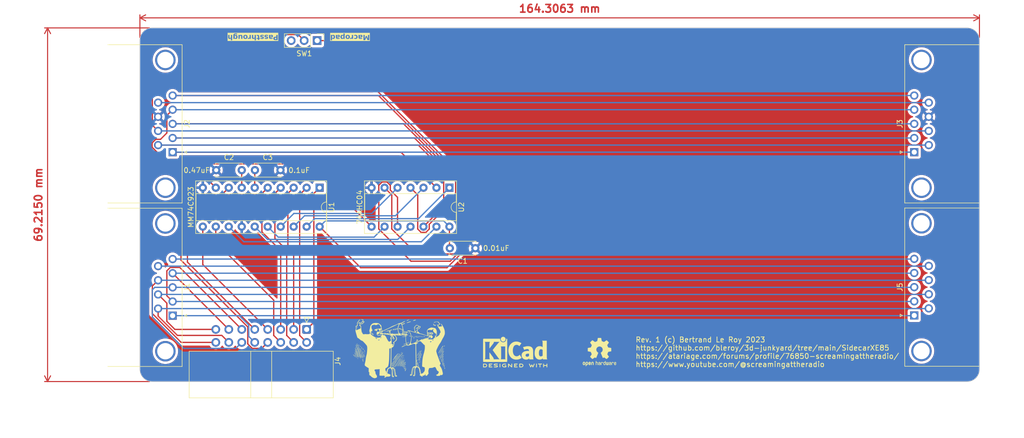
<source format=kicad_pcb>
(kicad_pcb (version 20221018) (generator pcbnew)
  (title_block (title "Sidecar XE85 control board") (date "2023-04-08") (rev "1") (company "Decent Consulting"))
  (layers (0 "F.Cu" signal) (31 "B.Cu" signal) (34 "B.Paste" user) (35 "F.Paste" user) (36 "B.SilkS" user "B.Silkscreen") (37 "F.SilkS" user "F.Silkscreen") (38 "B.Mask" user) (39 "F.Mask" user) (44 "Edge.Cuts" user))
  (net 0 "")
  (net 1 "GND")
  (net 2 "5V")
  (net 3 "Net-(U1-KBM)")
  (net 4 "Net-(U1-OSC)")
  (net 5 "Net-(J4-Pin_10)")
  (net 6 "Net-(J4-Pin_11)")
  (net 7 "Net-(J4-Pin_12)")
  (net 8 "Net-(J4-Pin_13)")
  (net 9 "Net-(J4-Pin_14)")
  (net 10 "Net-(J1-Pad5)")
  (net 11 "Net-(J4-Pin_15)")
  (net 12 "Net-(J4-Pin_16)")
  (net 13 "Net-(J1-Pad9)")
  (net 14 "Net-(J2-Pad1)")
  (net 15 "Net-(J2-Pad2)")
  (net 16 "Net-(J2-Pad3)")
  (net 17 "Net-(J2-Pad4)")
  (net 18 "Net-(J2-Pad5)")
  (net 19 "Net-(J2-Pad6)")
  (net 20 "Net-(SW1-B)")
  (net 21 "Net-(J2-Pad9)")
  (net 22 "Net-(J4-Pin_1)")
  (net 23 "Net-(J4-Pin_2)")
  (net 24 "Net-(J4-Pin_3)")
  (net 25 "Net-(J4-Pin_4)")
  (net 26 "Net-(J4-Pin_5)")
  (net 27 "Net-(J4-Pin_6)")
  (net 28 "Net-(J4-Pin_7)")
  (net 29 "Net-(J4-Pin_8)")
  (net 30 "Net-(J4-Pin_9)")
  (net 32 "Net-(U1-DA)")
  (net 33 "Net-(U1-E)")
  (net 34 "Net-(U1-D)")
  (net 35 "Net-(U1-C)")
  (net 36 "Net-(U1-B)")
  (net 37 "Net-(U1-A)")
  (footprint "Connector_IDC:IDC-Header_2x08_P2.54mm_Horizontal" (layer "F.Cu") (at 50 69.2325 -90)
    (fp_text reference "J4")
    (fp_text value "Conn_02x08_Odd_Even")
  )
  (footprint "Symbol:OSHW-Logo2_7.3x6mm_SilkScreen" (layer "F.Cu") (at 107.315 73.66)
    (fp_text reference "REF**" hide)
    (fp_text value "OSHW-Logo2_7.3x6mm_SilkScreen" hide)
  )
  (footprint "Connector_Dsub:DSUB-9_Male_Horizontal_P2.77x2.84mm_EdgePinOffset9.90mm_Housed_MountingHolesOffset11.32mm" (layer "F.Cu") (at 168.91 29 90)
    (fp_text reference "J3")
    (fp_text value "DE9_Receptacle")
  )
  (footprint "Capacitor_THT:C_Disc_D5.0mm_W2.5mm_P5.00mm" (layer "F.Cu") (at 83.02 53.34 180)
    (fp_text reference "C1")
    (fp_text value "0.01uF")
  )
  (footprint "Library:ScreamingAtTheRadio" (layer "F.Cu") (at 68.22 71.93)
    (fp_text reference "G***" hide)
    (fp_text value "LOGO" hide)
  )
  (footprint "Package_DIP:DIP-20_W7.62mm_Socket" (layer "F.Cu") (at 52.535 41.5 -90)
    (fp_text reference "U1")
    (fp_text value "MM74C923")
  )
  (footprint "Connector_Dsub:DSUB-9_Female_Horizontal_P2.77x2.84mm_EdgePinOffset9.90mm_Housed_MountingHolesOffset11.32mm" (layer "F.Cu") (at 23.770331 29 -90)
    (fp_text reference "J2")
    (fp_text value "DE9_Plug")
  )
  (footprint "Connector_Dsub:DSUB-9_Male_Horizontal_P2.77x2.84mm_EdgePinOffset9.90mm_Housed_MountingHolesOffset11.32mm" (layer "F.Cu") (at 168.91 60.96 90)
    (fp_text reference "J5")
    (fp_text value "DE9_Receptacle")
  )
  (footprint "Connector_PinHeader_2.54mm:PinHeader_1x03_P2.54mm_Vertical" (layer "F.Cu") (at 52.055 12.7 -90)
    (fp_text reference "SW1")
    (fp_text value "SW_SPDT")
  )
  (footprint "Capacitor_THT:C_Disc_D5.0mm_W2.5mm_P5.00mm" (layer "F.Cu") (at 39.88 38.06)
    (fp_text reference "C3")
    (fp_text value "0.1uF")
  )
  (footprint "Symbol:KiCad-Logo2_5mm_SilkScreen" (layer "F.Cu") (at 90.805 73.66)
    (fp_text reference "REF**" hide)
    (fp_text value "KiCad-Logo2_5mm_SilkScreen" hide)
  )
  (footprint "LOGO" (layer "F.Cu") (at 135.89 17.145)
    (fp_text reference "G***" hide)
    (fp_text value "LOGO" hide)
  )
  (footprint "Package_DIP:DIP-14_W7.62mm_Socket" (layer "F.Cu") (at 77.945 41.5 -90)
    (fp_text reference "U2")
    (fp_text value "74AHC04")
  )
  (footprint "Capacitor_THT:C_Disc_D5.0mm_W2.5mm_P5.00mm" (layer "F.Cu") (at 37.3 38.06 180)
    (fp_text reference "C2")
    (fp_text value "0.47uF")
  )
  (footprint "Connector_Dsub:DSUB-9_Female_Horizontal_P2.77x2.84mm_EdgePinOffset9.90mm_Housed_MountingHolesOffset11.32mm" (layer "F.Cu") (at 23.770331 61 -90)
    (fp_text reference "J1")
    (fp_text value "DE9_Plug")
  )
  (gr_line (start 179.291202 10.222452) (end 19.747452 10.222452) (stroke (width 0.1)) (layer "Edge.Cuts"))
  (gr_arc (start 17.366202 12.603702) (mid 18.063654 10.919904) (end 19.747452 10.222452) (stroke (width 0.1)) (layer "Edge.Cuts"))
  (gr_arc (start 19.747452 79.437477) (mid 18.063654 78.740025) (end 17.366202 77.056227) (stroke (width 0.1)) (layer "Edge.Cuts"))
  (gr_arc (start 181.672452 77.056227) (mid 180.974975 78.74) (end 179.291202 79.437477) (stroke (width 0.1)) (layer "Edge.Cuts"))
  (gr_line (start 181.672452 12.603702) (end 181.672452 77.056227) (stroke (width 0.1)) (layer "Edge.Cuts"))
  (gr_line (start 179.291202 79.437477) (end 19.747452 79.437477) (stroke (width 0.1)) (layer "Edge.Cuts"))
  (gr_line (start 17.366202 77.056227) (end 17.366202 12.603702) (stroke (width 0.1)) (layer "Edge.Cuts"))
  (gr_arc (start 179.291202 10.222452) (mid 180.975011 10.919893) (end 181.672452 12.603702) (stroke (width 0.1)) (layer "Edge.Cuts"))
  (gr_text "Rev. 1 (c) Bertrand Le Roy 2023\nhttps://github.com/bleroy/3d-junkyard/tree/main/SidecarXE85\nhttps://atariage.com/forums/profile/76850-screamingattheradio/\nhttps://www.youtube.com/@screamingattheradio" (at 114.3 73.66) (layer "F.SilkS") (effects (font (size 1 1)) (justify left)))
  (gr_text "Passthrough" (at 44.45 11.43 180) (layer "F.SilkS" knockout) (effects (font (size 1 1) (thickness 0.25) bold) (justify left bottom)))
  (gr_text "Macropad" (at 54.61 11.43 180) (layer "F.SilkS" knockout) (effects (font (size 1 1) (thickness 0.25) bold) (justify right bottom)))
  (dimension (type orthogonal) (layer "F.Cu") (pts (xy 19.747452 10.222452) (xy 19.747452 79.437477)) (height -20.447452) (orientation 1) (gr_text "69.2150 mm" (at -2.5 44.829965 90) (layer "F.Cu") (effects (font (size 1.5 1.5) (thickness 0.3)))) (format (prefix "") (suffix "") (units 3) (units_format 1) (precision 4)) (style (thickness 0.2) (arrow_length 1.27) (text_position_mode 0) (extension_height 0.58642) (extension_offset 0.5) keep_text_aligned))
  (dimension (type orthogonal) (layer "F.Cu") (pts (xy 17.366202 12.603702) (xy 181.672452 12.603702)) (height -4.348702) (orientation 0) (gr_text "164.3063 mm" (at 99.519327 6.455) (layer "F.Cu") (effects (font (size 1.5 1.5) (thickness 0.3)))) (format (prefix "") (suffix "") (units 3) (units_format 1) (precision 4)) (style (thickness 0.2) (arrow_length 1.27) (text_position_mode 0) (extension_height 0.58642) (extension_offset 0.5) keep_text_aligned))
  (segment (start 77.472792 57.15) (end 60.565 57.15) (width 0.25) (layer "F.Cu") (net 2))
  (segment (start 81.73 52.892792) (end 77.472792 57.15) (width 0.25) (layer "F.Cu") (net 2))
  (segment (start 60.565 57.15) (end 52.535 49.12) (width 0.25) (layer "F.Cu") (net 2))
  (segment (start 52.055 12.7) (end 53.940584 12.7) (width 0.25) (layer "F.Cu") (net 2))
  (segment (start 77.945 49.12) (end 77.945 53.265) (width 0.25) (layer "F.Cu") (net 2))
  (segment (start 53.940584 12.7) (end 81.73 40.489416) (width 0.25) (layer "F.Cu") (net 2))
  (segment (start 81.73 40.489416) (end 81.73 52.892792) (width 0.25) (layer "F.Cu") (net 2))
  (segment (start 53.66 47.995) (end 52.535 49.12) (width 0.25) (layer "B.Cu") (net 2))
  (segment (start 77.945 49.12) (end 76.82 47.995) (width 0.25) (layer "B.Cu") (net 2))
  (segment (start 76.82 47.995) (end 53.66 47.995) (width 0.25) (layer "B.Cu") (net 2))
  (segment (start 37.3 38.06) (end 37.3 41.495) (width 0.25) (layer "F.Cu") (net 3))
  (segment (start 39.835 41.5) (end 39.835 38.105) (width 0.25) (layer "F.Cu") (net 4))
  (segment (start 38.665 70.5975) (end 38.665 68.375) (width 0.25) (layer "B.Cu") (net 5))
  (segment (start 23.770331 66.54) (end 36.83 66.54) (width 0.25) (layer "B.Cu") (net 5))
  (segment (start 38.665 68.375) (end 36.83 66.54) (width 0.25) (layer "B.Cu") (net 5))
  (segment (start 36.83 66.54) (end 168.87 66.54) (width 0.25) (layer "B.Cu") (net 5))
  (segment (start 39.84 71.7725) (end 38.665 70.5975) (width 0.25) (layer "B.Cu") (net 5))
  (segment (start 25.1725 57.105) (end 23.30434 57.105) (width 0.25) (layer "F.Cu") (net 6))
  (segment (start 22.645331 62.645) (end 23.770331 63.77) (width 0.25) (layer "F.Cu") (net 6))
  (segment (start 23.30434 57.105) (end 22.645331 57.764009) (width 0.25) (layer "F.Cu") (net 6))
  (segment (start 22.645331 57.764009) (end 22.645331 62.645) (width 0.25) (layer "F.Cu") (net 6))
  (segment (start 37.3 69.2325) (end 25.1725 57.105) (width 0.25) (layer "F.Cu") (net 6))
  (segment (start 23.770331 63.77) (end 168.87 63.77) (width 0.25) (layer "B.Cu") (net 6))
  (segment (start 25.9575 72.9475) (end 19.805331 66.795331) (width 0.25) (layer "B.Cu") (net 7))
  (segment (start 23.770331 61) (end 168.87 61) (width 0.25) (layer "B.Cu") (net 7))
  (segment (start 36.125 72.9475) (end 25.9575 72.9475) (width 0.25) (layer "B.Cu") (net 7))
  (segment (start 19.805331 66.795331) (end 19.805331 61.474669) (width 0.25) (layer "B.Cu") (net 7))
  (segment (start 37.3 71.7725) (end 36.125 72.9475) (width 0.25) (layer "B.Cu") (net 7))
  (segment (start 19.805331 61.474669) (end 20.28 61) (width 0.25) (layer "B.Cu") (net 7))
  (segment (start 20.28 61) (end 23.770331 61) (width 0.25) (layer "B.Cu") (net 7))
  (segment (start 34.76 69.2325) (end 23.770331 58.242831) (width 0.25) (layer "F.Cu") (net 8))
  (segment (start 23.770331 58.23) (end 168.87 58.23) (width 0.25) (layer "B.Cu") (net 8))
  (segment (start 24.7075 70.4075) (end 20.930331 66.630331) (width 0.25) (layer "F.Cu") (net 9))
  (segment (start 34.76 71.7725) (end 33.395 70.4075) (width 0.25) (layer "F.Cu") (net 9))
  (segment (start 20.930331 66.630331) (end 20.930331 65.155) (width 0.25) (layer "F.Cu") (net 9))
  (segment (start 33.395 70.4075) (end 24.7075 70.4075) (width 0.25) (layer "F.Cu") (net 9))
  (segment (start 171.71 65.155) (end 20.930331 65.155) (width 0.25) (layer "B.Cu") (net 9))
  (segment (start 23.770331 55.46) (end 168.87 55.46) (width 0.25) (layer "B.Cu") (net 10))
  (segment (start 24.212831 69.2325) (end 22.645331 67.665) (width 0.25) (layer "F.Cu") (net 11))
  (segment (start 22.645331 67.665) (end 22.645331 64.1) (width 0.25) (layer "F.Cu") (net 11))
  (segment (start 32.22 69.2325) (end 24.212831 69.2325) (width 0.25) (layer "F.Cu") (net 11))
  (segment (start 22.645331 64.1) (end 20.930331 62.385) (width 0.25) (layer "F.Cu") (net 11))
  (segment (start 171.71 62.385) (end 20.930331 62.385) (width 0.25) (layer "B.Cu") (net 11))
  (segment (start 19.805331 66.141727) (end 25.436104 71.7725) (width 0.25) (layer "F.Cu") (net 12))
  (segment (start 20.930331 59.615) (end 19.805331 60.74) (width 0.25) (layer "F.Cu") (net 12))
  (segment (start 25.436104 71.7725) (end 32.22 71.7725) (width 0.25) (layer "F.Cu") (net 12))
  (segment (start 19.805331 60.74) (end 19.805331 66.141727) (width 0.25) (layer "F.Cu") (net 12))
  (segment (start 171.71 59.615) (end 20.930331 59.615) (width 0.25) (layer "B.Cu") (net 12))
  (segment (start 171.71 56.845) (end 20.930331 56.845) (width 0.25) (layer "B.Cu") (net 13))
  (segment (start 68.445 34.54) (end 75.405 41.5) (width 0.25) (layer "F.Cu") (net 14))
  (segment (start 23.770331 34.54) (end 68.445 34.54) (width 0.25) (layer "F.Cu") (net 14))
  (segment (start 23.770331 34.54) (end 168.91 34.54) (width 0.25) (layer "B.Cu") (net 14))
  (segment (start 79.145 39.813604) (end 79.145 43.499009) (width 0.25) (layer "F.Cu") (net 15))
  (segment (start 73.99 48.654009) (end 73.99 49.585991) (width 0.25) (layer "F.Cu") (net 15))
  (segment (start 79.145 43.499009) (end 73.99 48.654009) (width 0.25) (layer "F.Cu") (net 15))
  (segment (start 71.101396 31.77) (end 79.145 39.813604) (width 0.25) (layer "F.Cu") (net 15))
  (segment (start 72.399009 50.245) (end 71.74 49.585991) (width 0.25) (layer "F.Cu") (net 15))
  (segment (start 73.99 49.585991) (end 73.330991 50.245) (width 0.25) (layer "F.Cu") (net 15))
  (segment (start 71.74 42.915) (end 70.325 41.5) (width 0.25) (layer "F.Cu") (net 15))
  (segment (start 73.330991 50.245) (end 72.399009 50.245) (width 0.25) (layer "F.Cu") (net 15))
  (segment (start 23.770331 31.77) (end 71.101396 31.77) (width 0.25) (layer "F.Cu") (net 15))
  (segment (start 71.74 49.585991) (end 71.74 42.915) (width 0.25) (layer "F.Cu") (net 15))
  (segment (start 23.770331 31.77) (end 168.91 31.77) (width 0.25) (layer "B.Cu") (net 15))
  (segment (start 79.595 39.627208) (end 79.595 53.755) (width 0.25) (layer "F.Cu") (net 16))
  (segment (start 23.770331 29) (end 68.967792 29) (width 0.25) (layer "F.Cu") (net 16))
  (segment (start 66.66 42.915) (end 65.245 41.5) (width 0.25) (layer "F.Cu") (net 16))
  (segment (start 71.539009 54.465) (end 66.66 49.585991) (width 0.25) (layer "F.Cu") (net 16))
  (segment (start 68.967792 29) (end 79.595 39.627208) (width 0.25) (layer "F.Cu") (net 16))
  (segment (start 78.885 54.465) (end 71.539009 54.465) (width 0.25) (layer "F.Cu") (net 16))
  (segment (start 66.66 49.585991) (end 66.66 42.915) (width 0.25) (layer "F.Cu") (net 16))
  (segment (start 79.595 53.755) (end 78.885 54.465) (width 0.25) (layer "F.Cu") (net 16))
  (segment (start 23.770331 29) (end 168.91 29) (width 0.25) (layer "B.Cu") (net 16))
  (segment (start 19.76217 32.73217) (end 19.76217 33.57783) (width 0.25) (layer "F.Cu") (net 17))
  (segment (start 50.415 36.83) (end 23.01434 36.83) (width 0.25) (layer "F.Cu") (net 17))
  (segment (start 22.645331 27.355) (end 22.645331 30.780991) (width 0.25) (layer "F.Cu") (net 17))
  (segment (start 20.46434 32.03) (end 19.76217 32.73217) (width 0.25) (layer "F.Cu") (net 17))
  (segment (start 23.01434 36.83) (end 19.76217 33.57783) (width 0.25) (layer "F.Cu") (net 17))
  (segment (start 23.770331 26.23) (end 22.645331 27.355) (width 0.25) (layer "F.Cu") (net 17))
  (segment (start 62.705 49.12) (end 50.415 36.83) (width 0.25) (layer "F.Cu") (net 17))
  (segment (start 21.396322 32.03) (end 20.46434 32.03) (width 0.25) (layer "F.Cu") (net 17))
  (segment (start 22.645331 30.780991) (end 21.396322 32.03) (width 0.25) (layer "F.Cu") (net 17))
  (segment (start 23.770331 26.23) (end 168.91 26.23) (width 0.25) (layer "B.Cu") (net 17))
  (segment (start 67.785 43.380991) (end 67.785 49.12) (width 0.25) (layer "F.Cu") (net 18))
  (segment (start 78.106396 55.88) (end 70.414009 55.88) (width 0.25) (layer "F.Cu") (net 18))
  (segment (start 66.37 41.965991) (end 67.785 43.380991) (width 0.25) (layer "F.Cu") (net 18))
  (segment (start 70.414009 55.88) (end 64.12 49.585991) (width 0.25) (layer "F.Cu") (net 18))
  (segment (start 65.710991 40.375) (end 66.37 41.034009) (width 0.25) (layer "F.Cu") (net 18))
  (segment (start 64.779009 40.375) (end 65.710991 40.375) (width 0.25) (layer "F.Cu") (net 18))
  (segment (start 64.12 41.034009) (end 64.779009 40.375) (width 0.25) (layer "F.Cu") (net 18))
  (segment (start 81.28 52.706396) (end 78.106396 55.88) (width 0.25) (layer "F.Cu") (net 18))
  (segment (start 66.37 41.034009) (end 66.37 41.965991) (width 0.25) (layer "F.Cu") (net 18))
  (segment (start 64.064188 23.46) (end 81.28 40.675812) (width 0.25) (layer "F.Cu") (net 18))
  (segment (start 64.12 49.585991) (end 64.12 41.034009) (width 0.25) (layer "F.Cu") (net 18))
  (segment (start 23.770331 23.46) (end 64.064188 23.46) (width 0.25) (layer "F.Cu") (net 18))
  (segment (start 81.28 40.675812) (end 81.28 52.706396) (width 0.25) (layer "F.Cu") (net 18))
  (segment (start 23.770331 23.46) (end 168.91 23.46) (width 0.25) (layer "B.Cu") (net 18))
  (segment (start 76.82 45.165) (end 72.865 49.12) (width 0.25) (layer "F.Cu") (net 19))
  (segment (start 71.85 33.155) (end 76.82 38.125) (width 0.25) (layer "F.Cu") (net 19))
  (segment (start 76.82 38.125) (end 76.82 45.165) (width 0.25) (layer "F.Cu") (net 19))
  (segment (start 20.930331 33.155) (end 71.85 33.155) (width 0.25) (layer "F.Cu") (net 19))
  (segment (start 20.930331 33.155) (end 171.75 33.155) (width 0.25) (layer "B.Cu") (net 19))
  (segment (start 48.34 11.525) (end 49.515 12.7) (width 0.25) (layer "F.Cu") (net 20))
  (segment (start 31.655 11.525) (end 48.34 11.525) (width 0.25) (layer "F.Cu") (net 20))
  (segment (start 20.930331 30.385) (end 19.805331 29.26) (width 0.25) (layer "F.Cu") (net 20))
  (segment (start 19.805331 23.374669) (end 31.655 11.525) (width 0.25) (layer "F.Cu") (net 20))
  (segment (start 19.805331 29.26) (end 19.805331 23.374669) (width 0.25) (layer "F.Cu") (net 20))
  (segment (start 20.930331 30.385) (end 171.75 30.385) (width 0.25) (layer "B.Cu") (net 20))
  (segment (start 171.75 24.845) (end 20.930331 24.845) (width 0.25) (layer "B.Cu") (net 21))
  (segment (start 51.41 42.625) (end 52.535 41.5) (width 0.25) (layer "F.Cu") (net 22))
  (segment (start 50 69.2325) (end 51.41 67.8225) (width 0.25) (layer "F.Cu") (net 22))
  (segment (start 51.41 67.8225) (end 51.41 42.625) (width 0.25) (layer "F.Cu") (net 22))
  (segment (start 50 71.7725) (end 48.635 70.4075) (width 0.25) (layer "F.Cu") (net 23))
  (segment (start 48.635 70.4075) (end 48.635 42.86) (width 0.25) (layer "F.Cu") (net 23))
  (segment (start 48.635 42.86) (end 49.995 41.5) (width 0.25) (layer "F.Cu") (net 23))
  (segment (start 47.46 53.81) (end 46.33 52.68) (width 0.25) (layer "F.Cu") (net 24))
  (segment (start 46.33 42.625) (end 47.455 41.5) (width 0.25) (layer "F.Cu") (net 24))
  (segment (start 47.46 69.2325) (end 47.46 53.81) (width 0.25) (layer "F.Cu") (net 24))
  (segment (start 46.33 52.68) (end 46.33 42.625) (width 0.25) (layer "F.Cu") (net 24))
  (segment (start 44.915 41.5) (end 43.79 42.625) (width 0.25) (layer "F.Cu") (net 25))
  (segment (start 43.79 42.625) (end 43.79 51.41) (width 0.25) (layer "F.Cu") (net 25))
  (segment (start 43.79 51.41) (end 46.095 53.715) (width 0.25) (layer "F.Cu") (net 25))
  (segment (start 46.095 70.4075) (end 47.46 71.7725) (width 0.25) (layer "F.Cu") (net 25))
  (segment (start 46.095 53.715) (end 46.095 70.4075) (width 0.25) (layer "F.Cu") (net 25))
  (segment (start 41.25 50.140001) (end 41.25 42.625) (width 0.25) (layer "F.Cu") (net 26))
  (segment (start 44.92 69.2325) (end 44.92 53.810001) (width 0.25) (layer "F.Cu") (net 26))
  (segment (start 44.92 53.810001) (end 41.25 50.140001) (width 0.25) (layer "F.Cu") (net 26))
  (segment (start 41.25 42.625) (end 42.375 41.5) (width 0.25) (layer "F.Cu") (net 26))
  (segment (start 32.215 49.12) (end 32.215 52.16) (width 0.25) (layer "F.Cu") (net 27))
  (segment (start 44.92 71.7725) (end 43.555 70.4075) (width 0.25) (layer "F.Cu") (net 27))
  (segment (start 32.215 52.16) (end 43.555 63.5) (width 0.25) (layer "F.Cu") (net 27))
  (segment (start 43.555 70.4075) (end 43.555 63.5) (width 0.25) (layer "F.Cu") (net 27))
  (segment (start 42.38 69.2325) (end 29.675 56.5275) (width 0.25) (layer "F.Cu") (net 28))
  (segment (start 29.675 56.5275) (end 29.675 49.12) (width 0.25) (layer "F.Cu") (net 28))
  (segment (start 38.475 72.069201) (end 39.353299 72.9475) (width 0.25) (layer "F.Cu") (net 29))
  (segment (start 29.45 38.735) (end 27.305 38.735) (width 0.25) (layer "F.Cu") (net 29))
  (segment (start 32.215 41.5) (end 29.45 38.735) (width 0.25) (layer "F.Cu") (net 29))
  (segment (start 38.475 68.745799) (end 38.475 72.069201) (width 0.25) (layer "F.Cu") (net 29))
  (segment (start 41.205 72.9475) (end 42.38 71.7725) (width 0.25) (layer "F.Cu") (net 29))
  (segment (start 25.4 40.64) (end 25.4 55.670799) (width 0.25) (layer "F.Cu") (net 29))
  (segment (start 25.4 55.670799) (end 38.475 68.745799) (width 0.25) (layer "F.Cu") (net 29))
  (segment (start 27.305 38.735) (end 25.4 40.64) (width 0.25) (layer "F.Cu") (net 29))
  (segment (start 39.353299 72.9475) (end 41.205 72.9475) (width 0.25) (layer "F.Cu") (net 29))
  (segment (start 26.67 49.585) (end 34.755 41.5) (width 0.25) (layer "F.Cu") (net 30))
  (segment (start 26.67 56.0625) (end 26.67 49.585) (width 0.25) (layer "F.Cu") (net 30))
  (segment (start 39.84 69.2325) (end 26.67 56.0625) (width 0.25) (layer "F.Cu") (net 30))
  (segment (start 72.455 52.07) (end 75.405 49.12) (width 0.25) (layer "B.Cu") (net 32))
  (segment (start 37.705 52.07) (end 72.455 52.07) (width 0.25) (layer "B.Cu") (net 32))
  (segment (start 34.755 49.12) (end 37.705 52.07) (width 0.25) (layer "B.Cu") (net 32))
  (segment (start 39.835 49.12) (end 42.335 51.62) (width 0.25) (layer "B.Cu") (net 33))
  (segment (start 42.335 51.62) (end 67.825 51.62) (width 0.25) (layer "B.Cu") (net 33))
  (segment (start 67.825 51.62) (end 70.325 49.12) (width 0.25) (layer "B.Cu") (net 33))
  (segment (start 42.375 49.12) (end 44.425 51.17) (width 0.25) (layer "B.Cu") (net 34))
  (segment (start 44.425 51.17) (end 63.195 51.17) (width 0.25) (layer "B.Cu") (net 34))
  (segment (start 63.195 51.17) (end 65.245 49.12) (width 0.25) (layer "B.Cu") (net 34))
  (segment (start 47.495 46.54) (end 44.915 49.12) (width 0.25) (layer "B.Cu") (net 35))
  (segment (start 67.785 41.5) (end 62.745 46.54) (width 0.25) (layer "B.Cu") (net 35))
  (segment (start 62.745 46.54) (end 47.495 46.54) (width 0.25) (layer "B.Cu") (net 35))
  (segment (start 49.585 46.99) (end 67.375 46.99) (width 0.25) (layer "B.Cu") (net 36))
  (segment (start 47.455 49.12) (end 49.585 46.99) (width 0.25) (layer "B.Cu") (net 36))
  (segment (start 67.375 46.99) (end 72.865 41.5) (width 0.25) (layer "B.Cu") (net 36))
  (segment (start 71.9 47.545) (end 77.945 41.5) (width 0.25) (layer "B.Cu") (net 37))
  (segment (start 51.57 47.545) (end 71.9 47.545) (width 0.25) (layer "B.Cu") (net 37))
  (segment (start 49.995 49.12) (end 51.57 47.545) (width 0.25) (layer "B.Cu") (net 37))
  (zone (net 1) (net_name "GND") (layers "F&B.Cu") (connect_pads (clearance 0.5)) (min_thickness 0.25) (fill yes (thermal_gap 0.5) (thermal_bridge_width 0.5))
    (polygon (pts (xy 9.525 4.7625) (xy 185.7375 4.7625) (xy 185.7375 90.4875) (xy 9.525 90.4875)))
  )
)
</source>
